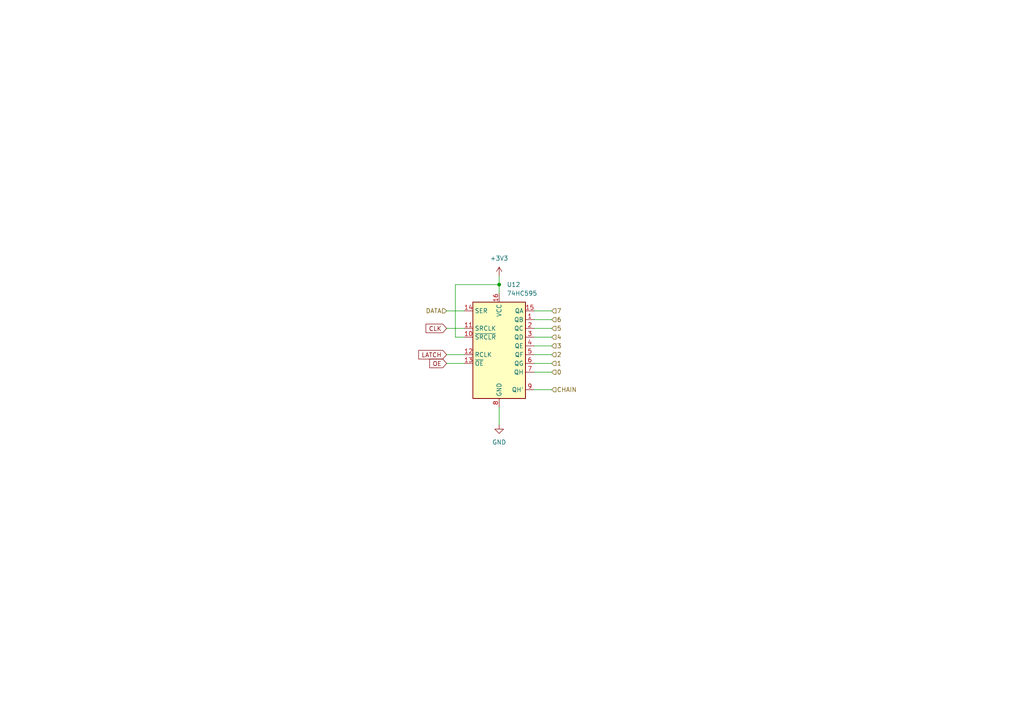
<source format=kicad_sch>
(kicad_sch (version 20231120) (generator "eeschema") (generator_version "8.0")
  (paper "A4")
  (lib_symbols
    (symbol "74xx:74HC595"
      (property "Reference" "U" (at -7.62 13.97 0))
      (property "Value" "74HC595" (at -7.62 -16.51 0))
      (symbol "74HC595_1_0"
        (pin tri_state line (at 10.16 7.62 180) (length 2.54) (name "QB") (number "1"))
        (pin input line (at -10.16 2.54 0) (length 2.54) (name "~{SRCLR}") (number "10"))
        (pin input line (at -10.16 5.08 0) (length 2.54) (name "SRCLK") (number "11"))
        (pin input line (at -10.16 -2.54 0) (length 2.54) (name "RCLK") (number "12"))
        (pin input line (at -10.16 -5.08 0) (length 2.54) (name "~{OE}") (number "13"))
        (pin input line (at -10.16 10.16 0) (length 2.54) (name "SER") (number "14"))
        (pin tri_state line (at 10.16 10.16 180) (length 2.54) (name "QA") (number "15"))
        (pin power_in line (at 0 15.24 270) (length 2.54) (name "VCC") (number "16"))
        (pin tri_state line (at 10.16 5.08 180) (length 2.54) (name "QC") (number "2"))
        (pin tri_state line (at 10.16 2.54 180) (length 2.54) (name "QD") (number "3"))
        (pin tri_state line (at 10.16 0 180) (length 2.54) (name "QE") (number "4"))
        (pin tri_state line (at 10.16 -2.54 180) (length 2.54) (name "QF") (number "5"))
        (pin tri_state line (at 10.16 -5.08 180) (length 2.54) (name "QG") (number "6"))
        (pin tri_state line (at 10.16 -7.62 180) (length 2.54) (name "QH") (number "7"))
        (pin power_in line (at 0 -17.78 90) (length 2.54) (name "GND") (number "8"))
        (pin output line (at 10.16 -12.7 180) (length 2.54) (name "QH'") (number "9"))
      )
      (symbol "74HC595_1_1"
        (rectangle (start -7.62 12.7) (end 7.62 -15.24) (stroke (width 0.254)) (fill (type background)))
      )
    )
    (symbol "power:+3V3" (power) (pin_numbers hide) (pin_names (offset 0) hide)
      (property "Value" "+3V3" (at 0 3.556 0))
      (symbol "+3V3_0_1"
        (polyline (pts (xy -0.762 1.27) (xy 0 2.54)))
        (polyline (pts (xy 0 0) (xy 0 2.54)))
        (polyline (pts (xy 0 2.54) (xy 0.762 1.27)))
      )
      (symbol "+3V3_1_1"
        (pin power_in line (at 0 0 90) (length 0) (name "~") (number "1"))
      )
    )
    (symbol "power:GND" (power) (pin_numbers hide) (pin_names (offset 0) hide)
      (property "Value" "GND" (at 0 -3.81 0))
      (symbol "GND_0_1"
        (polyline (pts (xy 0 0) (xy 0 -1.27) (xy 1.27 -1.27) (xy 0 -2.54) (xy -1.27 -1.27) (xy 0 -1.27)))
      )
      (symbol "GND_1_1"
        (pin power_in line (at 0 0 270) (length 0) (name "~") (number "1"))
      )
    )
  )
  (junction (at 144.78 82.55))
  (wire (pts (xy 154.94 100.33) (xy 160.02 100.33)))
  (wire (pts (xy 154.94 92.71) (xy 160.02 92.71)))
  (wire (pts (xy 134.62 97.79) (xy 132.08 97.79)))
  (wire (pts (xy 144.78 118.11) (xy 144.78 123.19)))
  (wire (pts (xy 154.94 102.87) (xy 160.02 102.87)))
  (wire (pts (xy 129.54 102.87) (xy 134.62 102.87)))
  (wire (pts (xy 154.94 105.41) (xy 160.02 105.41)))
  (wire (pts (xy 129.54 95.25) (xy 134.62 95.25)))
  (wire (pts (xy 132.08 97.79) (xy 132.08 82.55)))
  (wire (pts (xy 154.94 113.03) (xy 160.02 113.03)))
  (wire (pts (xy 132.08 82.55) (xy 144.78 82.55)))
  (wire (pts (xy 144.78 80.01) (xy 144.78 82.55)))
  (wire (pts (xy 129.54 105.41) (xy 134.62 105.41)))
  (wire (pts (xy 144.78 82.55) (xy 144.78 85.09)))
  (wire (pts (xy 129.54 90.17) (xy 134.62 90.17)))
  (wire (pts (xy 154.94 107.95) (xy 160.02 107.95)))
  (wire (pts (xy 154.94 97.79) (xy 160.02 97.79)))
  (wire (pts (xy 154.94 90.17) (xy 160.02 90.17)))
  (wire (pts (xy 154.94 95.25) (xy 160.02 95.25)))
  (global_label "OE" (shape input) (at 129.54 105.41 180) (property "Intersheetrefs" "${INTERSHEET_REFS}" (effects (hide yes))))
  (global_label "LATCH" (shape input) (at 129.54 102.87 180) (property "Intersheetrefs" "${INTERSHEET_REFS}" (effects (hide yes))))
  (global_label "CLK" (shape input) (at 129.54 95.25 180) (property "Intersheetrefs" "${INTERSHEET_REFS}" (effects (hide yes))))
  (hierarchical_label "5" (shape input) (at 160.02 95.25 0))
  (hierarchical_label "7" (shape input) (at 160.02 90.17 0))
  (hierarchical_label "0" (shape input) (at 160.02 107.95 0))
  (hierarchical_label "2" (shape input) (at 160.02 102.87 0))
  (hierarchical_label "4" (shape input) (at 160.02 97.79 0))
  (hierarchical_label "6" (shape input) (at 160.02 92.71 0))
  (hierarchical_label "DATA" (shape input) (at 129.54 90.17 180))
  (hierarchical_label "CHAIN" (shape input) (at 160.02 113.03 0))
  (hierarchical_label "1" (shape input) (at 160.02 105.41 0))
  (hierarchical_label "3" (shape input) (at 160.02 100.33 0))
  (symbol (lib_id "power:GND") (at 144.78 123.19 0) (unit 1)
    (property "Reference" "#PWR026" (effects (hide yes)))
    (property "Value" "GND" (at 144.78 128.27 0))
    (property "Description" "Power symbol creates a global label with name \"GND\" , ground" (effects (hide yes)))
  )
  (symbol (lib_id "power:+3V3") (at 144.78 80.01 0) (unit 1)
    (property "Reference" "#PWR025" (effects (hide yes)))
    (property "Value" "+3V3" (at 144.78 74.93 0))
    (property "Description" "Power symbol creates a global label with name \"+3V3\"" (effects (hide yes)))
  )
  (symbol (lib_id "74xx:74HC595") (at 144.78 100.33 0) (unit 1)
    (property "Reference" "U12" (at 146.9741 82.55 0) (effects (justify left)))
    (property "Value" "74HC595" (at 146.9741 85.09 0) (effects (justify left)))
    (property "Footprint" "Package_SO:SOIC-16_3.9x9.9mm_P1.27mm" (effects (hide yes)))
    (property "Datasheet" "http://www.ti.com/lit/ds/symlink/sn74hc595.pdf" (effects (hide yes)))
    (property "Description" "8-bit serial in/out Shift Register 3-State Outputs" (effects (hide yes)))
  )
)
</source>
